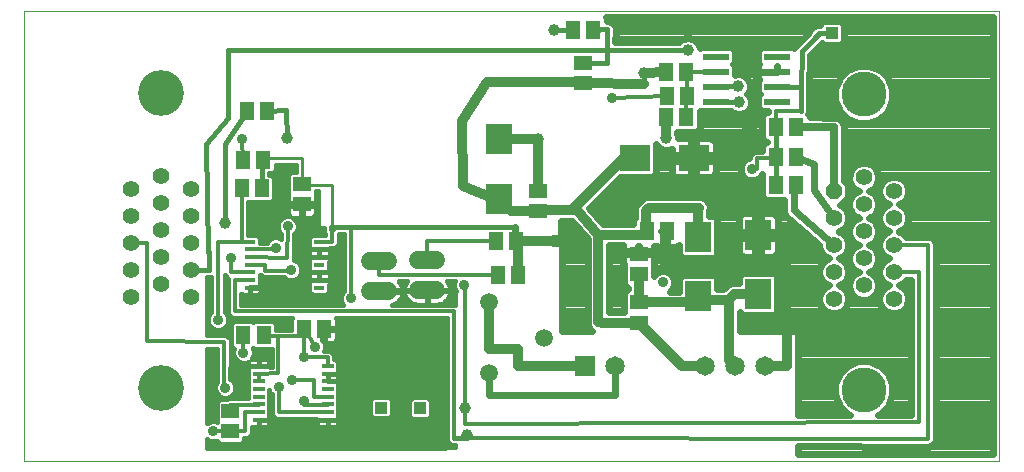
<source format=gtl>
G75*
G70*
%OFA0B0*%
%FSLAX24Y24*%
%IPPOS*%
%LPD*%
%AMOC8*
5,1,8,0,0,1.08239X$1,22.5*
%
%ADD10C,0.0000*%
%ADD11C,0.0554*%
%ADD12C,0.1520*%
%ADD13R,0.0512X0.0591*%
%ADD14R,0.0591X0.0512*%
%ADD15R,0.0866X0.1024*%
%ADD16R,0.1024X0.0866*%
%ADD17OC8,0.0554*%
%ADD18C,0.1502*%
%ADD19C,0.0600*%
%ADD20R,0.0866X0.0236*%
%ADD21C,0.0594*%
%ADD22R,0.0650X0.0650*%
%ADD23C,0.0650*%
%ADD24R,0.0354X0.0138*%
%ADD25R,0.0390X0.0120*%
%ADD26C,0.0320*%
%ADD27C,0.0160*%
%ADD28C,0.0357*%
%ADD29C,0.0396*%
%ADD30C,0.0120*%
%ADD31R,0.0396X0.0396*%
%ADD32C,0.0100*%
%ADD33C,0.0240*%
%ADD34C,0.0250*%
D10*
X002523Y000746D02*
X035023Y000746D01*
X035023Y015746D01*
X002523Y015746D01*
X002523Y000746D01*
D11*
X006062Y006197D03*
X007062Y006647D03*
X006062Y007097D03*
X007062Y007547D03*
X008062Y007997D03*
X007062Y008447D03*
X006062Y008897D03*
X007062Y009347D03*
X008062Y009797D03*
X007062Y010247D03*
X006062Y009797D03*
X008062Y008897D03*
X006062Y007997D03*
X008062Y007097D03*
X008062Y006197D03*
X029503Y006138D03*
X030503Y006588D03*
X031503Y006138D03*
X031503Y007038D03*
X030503Y007488D03*
X031503Y007938D03*
X030503Y008388D03*
X031503Y008838D03*
X030503Y009288D03*
X031503Y009738D03*
X030503Y010188D03*
X029503Y008838D03*
X029503Y007938D03*
X029503Y007038D03*
D12*
X007062Y003171D03*
X007062Y013014D03*
D13*
X009944Y012399D03*
X010613Y012399D03*
X010479Y010785D03*
X009810Y010785D03*
X009767Y009821D03*
X010436Y009821D03*
X018231Y008069D03*
X018900Y008069D03*
X018979Y006947D03*
X018310Y006947D03*
X023282Y008399D03*
X023952Y008399D03*
X027576Y009947D03*
X028245Y009947D03*
X028237Y010860D03*
X027568Y010860D03*
X027570Y011878D03*
X028239Y011878D03*
X024589Y012203D03*
X023920Y012203D03*
X023928Y012907D03*
X024597Y012907D03*
X024582Y013699D03*
X023912Y013699D03*
X021491Y015100D03*
X020822Y015100D03*
X012503Y005136D03*
X011834Y005136D03*
X010495Y004939D03*
X009826Y004939D03*
D14*
X009393Y002399D03*
X009393Y001730D03*
X023019Y005352D03*
X023019Y006022D03*
X022999Y006962D03*
X022999Y007632D03*
X019645Y009061D03*
X019645Y009730D03*
X011774Y009959D03*
X011774Y009289D03*
X021152Y013333D03*
X021152Y014002D03*
D15*
X018330Y011455D03*
X018330Y009486D03*
X024991Y008203D03*
X026983Y008273D03*
X026983Y006305D03*
X024991Y006234D03*
D16*
X024830Y010848D03*
X022861Y010848D03*
D17*
X029503Y009738D03*
D18*
X030503Y012955D03*
X030503Y003112D03*
D19*
X016248Y006427D02*
X015648Y006427D01*
X014653Y006407D02*
X014053Y006407D01*
X014053Y007407D02*
X014653Y007407D01*
X015648Y007427D02*
X016248Y007427D01*
D20*
X025573Y012714D03*
X025573Y013214D03*
X025573Y013714D03*
X025573Y014214D03*
X027620Y014214D03*
X027620Y013714D03*
X027620Y013214D03*
X027620Y012714D03*
D21*
X017995Y006022D03*
X019845Y004840D03*
X017995Y003659D03*
D22*
X021204Y003915D03*
D23*
X022204Y003915D03*
X025204Y003915D03*
X026204Y003915D03*
X027204Y003915D03*
D24*
X012355Y006514D03*
X012355Y006770D03*
X012355Y007025D03*
X012355Y007281D03*
X012355Y007537D03*
X012355Y007793D03*
X012355Y008049D03*
X010052Y008049D03*
X010052Y007793D03*
X010052Y007537D03*
X010052Y007281D03*
X010052Y007025D03*
X010052Y006770D03*
X010052Y006514D03*
D25*
X010330Y003905D03*
X010330Y003649D03*
X010330Y003394D03*
X010330Y003138D03*
X010330Y002882D03*
X010330Y002626D03*
X010330Y002370D03*
X010330Y002114D03*
X012628Y002114D03*
X012628Y002370D03*
X012628Y002626D03*
X012628Y002882D03*
X012628Y003138D03*
X012628Y003394D03*
X012628Y003649D03*
X012628Y003905D03*
D26*
X017995Y004466D02*
X018979Y004466D01*
X018979Y003915D01*
X021204Y003915D01*
X021243Y003915D01*
X021656Y005372D02*
X021656Y008285D01*
X023168Y008285D01*
X023282Y008399D02*
X023231Y008451D01*
X023231Y009073D01*
X023330Y009171D01*
X025003Y009171D01*
X024991Y009159D01*
X024991Y008203D01*
X023881Y008399D02*
X023881Y007655D01*
X022999Y007655D01*
X022149Y007655D01*
X021656Y008285D02*
X020928Y009112D01*
X020771Y009112D01*
X022542Y010884D01*
X022778Y010884D01*
X022814Y010848D01*
X022861Y010848D01*
X023920Y011494D02*
X023920Y012203D01*
X023172Y013313D02*
X021152Y013333D01*
X021082Y013384D02*
X017936Y013384D01*
X017109Y012085D01*
X017129Y009899D01*
X018290Y009447D01*
X018755Y009061D02*
X019645Y009061D01*
X019696Y009112D02*
X020771Y009112D01*
X019649Y009730D02*
X019649Y011474D01*
X019570Y011455D01*
X018330Y011455D01*
X022149Y009722D02*
X022247Y009742D01*
X024826Y009742D01*
X024830Y009781D02*
X024830Y010848D01*
X026983Y008273D02*
X026990Y007286D01*
X023881Y007301D01*
X023881Y007655D01*
X022999Y006943D02*
X023019Y006022D01*
X024668Y006022D01*
X024991Y006234D02*
X025105Y006120D01*
X026007Y006120D01*
X026192Y006305D01*
X026983Y006305D01*
X026007Y006120D02*
X026007Y004112D01*
X026204Y003915D01*
X025204Y003915D02*
X024456Y003915D01*
X023019Y005352D01*
X021774Y005352D01*
X018979Y006947D02*
X018979Y008069D01*
X018900Y008069D02*
X020298Y008069D01*
X017995Y006022D02*
X017995Y004466D01*
X026990Y007286D02*
X027916Y007281D01*
X027936Y003915D01*
X027204Y003915D01*
X023912Y013699D02*
X023192Y013679D01*
X029412Y014998D02*
X029432Y015018D01*
D27*
X029412Y014998D02*
X029019Y014998D01*
X028881Y014860D01*
X028881Y014840D01*
X029038Y014998D01*
X028881Y014840D02*
X028428Y014388D01*
X028408Y013187D01*
X028381Y013214D01*
X028374Y013207D01*
X028369Y013207D01*
X028408Y013246D01*
X028381Y013214D02*
X027620Y013214D01*
X028408Y013187D02*
X028408Y012419D01*
X027570Y011878D02*
X027568Y011760D01*
X027568Y010860D01*
X027576Y009947D01*
X026519Y010848D02*
X024830Y010848D01*
X025573Y012695D02*
X025573Y012714D01*
X025573Y012695D02*
X026341Y012695D01*
X026302Y013226D02*
X025586Y013226D01*
X025573Y013214D01*
X025573Y013714D02*
X025573Y013718D01*
X026479Y013766D02*
X026893Y013738D01*
X024629Y014427D02*
X021932Y014427D01*
X021932Y014419D02*
X021924Y014419D01*
X021932Y014419D02*
X021949Y015127D01*
X021491Y015116D01*
X021491Y015100D01*
X021499Y014919D01*
X020822Y015100D02*
X020818Y015096D01*
X020180Y015096D01*
X021530Y014427D02*
X021924Y014427D01*
X021932Y014419D02*
X021932Y014006D01*
X021152Y014006D01*
X021152Y014002D01*
X021530Y014427D02*
X009294Y014447D01*
X009294Y012183D01*
X008586Y011297D01*
X008645Y007714D01*
X008684Y007714D01*
X008684Y007097D01*
X008062Y007097D01*
X008605Y006857D02*
X008732Y006857D01*
X008759Y006868D01*
X008759Y005709D01*
X008692Y005642D01*
X008641Y005518D01*
X008641Y005383D01*
X008692Y005259D01*
X008788Y005164D01*
X008912Y005112D01*
X009047Y005112D01*
X009171Y005164D01*
X009266Y005259D01*
X009318Y005383D01*
X009318Y005518D01*
X009266Y005642D01*
X009199Y005709D01*
X009199Y006927D01*
X009310Y006816D01*
X009310Y005635D01*
X009439Y005506D01*
X011427Y005506D01*
X011418Y005497D01*
X011418Y005119D01*
X010911Y005119D01*
X010911Y005300D01*
X010817Y005394D01*
X010173Y005394D01*
X010160Y005382D01*
X010148Y005394D01*
X009503Y005394D01*
X009410Y005300D01*
X009410Y004577D01*
X009503Y004484D01*
X009515Y004484D01*
X009487Y004416D01*
X009487Y004281D01*
X009539Y004157D01*
X009634Y004061D01*
X009758Y004010D01*
X009893Y004010D01*
X009972Y004043D01*
X009968Y004035D01*
X009955Y003989D01*
X009955Y003905D01*
X009955Y003822D01*
X009968Y003776D01*
X009975Y003763D01*
X009975Y003523D01*
X009977Y003522D01*
X009975Y003520D01*
X009975Y003267D01*
X009977Y003266D01*
X009975Y003264D01*
X009975Y003011D01*
X009977Y003010D01*
X009975Y003008D01*
X009975Y002836D01*
X009301Y002836D01*
X009281Y002815D01*
X009031Y002815D01*
X008937Y002722D01*
X008937Y002077D01*
X008950Y002065D01*
X008937Y002052D01*
X008937Y002049D01*
X008889Y002069D01*
X008754Y002069D01*
X008630Y002017D01*
X008605Y001992D01*
X008605Y004487D01*
X008956Y004484D01*
X008956Y003939D01*
X008953Y003852D01*
X008949Y003849D01*
X008949Y003762D01*
X008946Y003675D01*
X008949Y003672D01*
X008949Y003399D01*
X008929Y003379D01*
X008877Y003254D01*
X008877Y003120D01*
X008929Y002995D01*
X009024Y002900D01*
X009148Y002848D01*
X009283Y002848D01*
X009407Y002900D01*
X009502Y002995D01*
X009554Y003120D01*
X009554Y003254D01*
X009502Y003379D01*
X009407Y003474D01*
X009389Y003481D01*
X009389Y003753D01*
X009392Y003840D01*
X009396Y003844D01*
X009396Y003931D01*
X009399Y004017D01*
X009396Y004021D01*
X009396Y004702D01*
X009397Y004792D01*
X009396Y004793D01*
X009396Y004794D01*
X009332Y004858D01*
X009269Y004922D01*
X009268Y004922D01*
X009267Y004923D01*
X009177Y004923D01*
X008605Y004927D01*
X008605Y006857D01*
X008605Y006769D02*
X008759Y006769D01*
X008759Y006610D02*
X008605Y006610D01*
X008605Y006452D02*
X008759Y006452D01*
X008759Y006293D02*
X008605Y006293D01*
X008605Y006135D02*
X008759Y006135D01*
X008759Y005976D02*
X008605Y005976D01*
X008605Y005818D02*
X008759Y005818D01*
X008709Y005659D02*
X008605Y005659D01*
X008605Y005501D02*
X008641Y005501D01*
X008658Y005342D02*
X008605Y005342D01*
X008605Y005184D02*
X008767Y005184D01*
X008605Y005025D02*
X009410Y005025D01*
X009410Y004867D02*
X009323Y004867D01*
X009396Y004708D02*
X009410Y004708D01*
X009396Y004550D02*
X009437Y004550D01*
X009396Y004391D02*
X009487Y004391D01*
X009507Y004233D02*
X009396Y004233D01*
X009396Y004074D02*
X009621Y004074D01*
X009396Y003916D02*
X009955Y003916D01*
X009955Y003905D02*
X010330Y003905D01*
X009955Y003905D01*
X009975Y003757D02*
X009389Y003757D01*
X009389Y003599D02*
X009975Y003599D01*
X009975Y003440D02*
X009440Y003440D01*
X009542Y003282D02*
X009975Y003282D01*
X009975Y003123D02*
X009554Y003123D01*
X009472Y002965D02*
X009975Y002965D01*
X010684Y003010D02*
X010685Y003011D01*
X010685Y003098D01*
X010720Y003015D01*
X010787Y002948D01*
X010787Y002279D01*
X010916Y002150D01*
X011098Y002150D01*
X012253Y002150D01*
X012253Y002114D01*
X012253Y002030D01*
X012265Y001985D01*
X012289Y001944D01*
X012322Y001910D01*
X012363Y001886D01*
X012409Y001874D01*
X012628Y001874D01*
X012847Y001874D01*
X012892Y001886D01*
X012933Y001910D01*
X012967Y001944D01*
X012991Y001985D01*
X013003Y002030D01*
X013003Y002114D01*
X012628Y002114D01*
X012628Y002114D01*
X012628Y001874D01*
X012628Y002114D01*
X012628Y002114D01*
X013003Y002114D01*
X013003Y002198D01*
X012991Y002244D01*
X012983Y002257D01*
X012983Y002496D01*
X012981Y002498D01*
X012983Y002500D01*
X012983Y002752D01*
X012981Y002754D01*
X012983Y002755D01*
X012983Y003008D01*
X012981Y003010D01*
X012983Y003011D01*
X012983Y003251D01*
X012991Y003264D01*
X013003Y003310D01*
X013003Y003394D01*
X013003Y003477D01*
X012991Y003522D01*
X013003Y003566D01*
X013003Y003649D01*
X012628Y003649D01*
X012628Y003409D01*
X012628Y003394D01*
X012628Y003394D01*
X012628Y003649D01*
X012628Y003649D01*
X012628Y003649D01*
X013003Y003649D01*
X013003Y003733D01*
X012991Y003779D01*
X012983Y003792D01*
X012983Y004032D01*
X012889Y004125D01*
X012848Y004125D01*
X012848Y004282D01*
X012719Y004411D01*
X012526Y004411D01*
X012546Y004458D01*
X012546Y004593D01*
X012494Y004717D01*
X012455Y004757D01*
X012455Y005088D01*
X012551Y005088D01*
X012551Y005184D01*
X012939Y005184D01*
X016614Y005184D01*
X016614Y005342D02*
X012939Y005342D01*
X012939Y005455D02*
X012926Y005500D01*
X012923Y005506D01*
X016614Y005506D01*
X016614Y001610D01*
X016594Y001561D01*
X016594Y001466D01*
X016630Y001378D01*
X016698Y001310D01*
X016786Y001274D01*
X016893Y001274D01*
X016893Y001199D01*
X016558Y001199D01*
X016558Y001159D01*
X008605Y001159D01*
X008605Y001468D01*
X008630Y001443D01*
X008754Y001392D01*
X008889Y001392D01*
X008937Y001412D01*
X008937Y001408D01*
X009031Y001314D01*
X009754Y001314D01*
X009848Y001408D01*
X009848Y001510D01*
X009976Y001510D01*
X010105Y001639D01*
X010105Y001876D01*
X010112Y001874D01*
X010330Y001874D01*
X010330Y002114D01*
X010330Y002114D01*
X010330Y001874D01*
X010549Y001874D01*
X010595Y001886D01*
X010636Y001910D01*
X010670Y001944D01*
X010693Y001985D01*
X010705Y002030D01*
X010705Y002114D01*
X010705Y002198D01*
X010693Y002244D01*
X010685Y002257D01*
X010685Y002496D01*
X010684Y002498D01*
X010685Y002500D01*
X010685Y002752D01*
X010684Y002754D01*
X010685Y002755D01*
X010685Y003008D01*
X010684Y003010D01*
X010685Y002965D02*
X010770Y002965D01*
X010787Y002806D02*
X010685Y002806D01*
X010685Y002648D02*
X010787Y002648D01*
X010787Y002489D02*
X010685Y002489D01*
X010685Y002331D02*
X010787Y002331D01*
X010705Y002172D02*
X010893Y002172D01*
X010705Y002114D02*
X010330Y002114D01*
X010330Y002114D01*
X010705Y002114D01*
X010701Y002014D02*
X012257Y002014D01*
X012253Y002114D02*
X012628Y002114D01*
X012628Y002114D01*
X012253Y002114D01*
X012628Y002014D02*
X012628Y002014D01*
X012999Y002014D02*
X016614Y002014D01*
X016614Y002172D02*
X016009Y002172D01*
X015976Y002140D02*
X016070Y002234D01*
X016070Y002762D01*
X015976Y002856D01*
X015447Y002856D01*
X015353Y002762D01*
X015353Y002234D01*
X015447Y002140D01*
X015976Y002140D01*
X015414Y002172D02*
X014690Y002172D01*
X014677Y002159D02*
X014770Y002253D01*
X014770Y002782D01*
X014677Y002876D01*
X014148Y002876D01*
X014054Y002782D01*
X014054Y002253D01*
X014148Y002159D01*
X014677Y002159D01*
X014770Y002331D02*
X015353Y002331D01*
X015353Y002489D02*
X014770Y002489D01*
X014770Y002648D02*
X015353Y002648D01*
X015398Y002806D02*
X014746Y002806D01*
X014079Y002806D02*
X012983Y002806D01*
X012983Y002648D02*
X014054Y002648D01*
X014054Y002489D02*
X012983Y002489D01*
X012983Y002331D02*
X014054Y002331D01*
X014135Y002172D02*
X013003Y002172D01*
X012983Y002965D02*
X016614Y002965D01*
X016614Y003123D02*
X012983Y003123D01*
X012995Y003282D02*
X016614Y003282D01*
X016614Y003440D02*
X013003Y003440D01*
X013003Y003394D02*
X012628Y003394D01*
X012628Y003394D01*
X013003Y003394D01*
X013003Y003599D02*
X016614Y003599D01*
X016614Y003757D02*
X012996Y003757D01*
X012983Y003916D02*
X016614Y003916D01*
X016614Y004074D02*
X012940Y004074D01*
X012848Y004233D02*
X016614Y004233D01*
X016614Y004391D02*
X012738Y004391D01*
X012546Y004550D02*
X016614Y004550D01*
X016614Y004708D02*
X012881Y004708D01*
X012869Y004696D02*
X012903Y004730D01*
X012926Y004771D01*
X012939Y004817D01*
X012939Y005088D01*
X012551Y005088D01*
X012551Y004660D01*
X012782Y004660D01*
X012828Y004673D01*
X012869Y004696D01*
X012939Y004867D02*
X016614Y004867D01*
X016614Y005025D02*
X012939Y005025D01*
X012939Y005184D02*
X012939Y005455D01*
X012926Y005501D02*
X016614Y005501D01*
X016432Y005982D02*
X016360Y005959D01*
X016285Y005947D01*
X015968Y005947D01*
X015968Y006407D01*
X015968Y006447D01*
X016728Y006447D01*
X016728Y006465D01*
X016716Y006539D01*
X016693Y006611D01*
X016658Y006679D01*
X016623Y006727D01*
X016869Y006727D01*
X016849Y006679D01*
X016849Y006545D01*
X016901Y006420D01*
X016926Y006395D01*
X016893Y006396D01*
X016893Y005946D01*
X014787Y005946D01*
X014837Y005963D01*
X014905Y005997D01*
X014966Y006041D01*
X015019Y006095D01*
X015064Y006156D01*
X015098Y006223D01*
X015121Y006295D01*
X015133Y006370D01*
X015133Y006387D01*
X014373Y006387D01*
X014373Y006427D01*
X015133Y006427D01*
X015133Y006445D01*
X015121Y006520D01*
X015098Y006592D01*
X015064Y006659D01*
X015019Y006720D01*
X015013Y006727D01*
X015272Y006727D01*
X015237Y006679D01*
X015203Y006611D01*
X015180Y006539D01*
X015168Y006465D01*
X015168Y006447D01*
X015928Y006447D01*
X015928Y006407D01*
X015968Y006407D01*
X016728Y006407D01*
X016728Y006389D01*
X016716Y006315D01*
X016693Y006243D01*
X016658Y006175D01*
X016614Y006114D01*
X016560Y006061D01*
X016499Y006017D01*
X016432Y005982D01*
X016414Y005976D02*
X016893Y005976D01*
X016893Y006135D02*
X016629Y006135D01*
X016709Y006293D02*
X016893Y006293D01*
X016888Y006452D02*
X016728Y006452D01*
X016693Y006610D02*
X016849Y006610D01*
X015948Y006427D02*
X015948Y006396D01*
X014353Y006396D01*
X014865Y005976D02*
X015481Y005976D01*
X015463Y005982D02*
X015535Y005959D01*
X015610Y005947D01*
X015928Y005947D01*
X015928Y006407D01*
X015168Y006407D01*
X015168Y006389D01*
X015180Y006315D01*
X015203Y006243D01*
X015237Y006175D01*
X015282Y006114D01*
X015335Y006061D01*
X015396Y006017D01*
X015463Y005982D01*
X015267Y006135D02*
X015049Y006135D01*
X015121Y006293D02*
X015186Y006293D01*
X015168Y006452D02*
X015132Y006452D01*
X015088Y006610D02*
X015203Y006610D01*
X015928Y006293D02*
X015968Y006293D01*
X015968Y006135D02*
X015928Y006135D01*
X015928Y005976D02*
X015968Y005976D01*
X013188Y006418D02*
X013121Y006351D01*
X013070Y006227D01*
X013070Y006092D01*
X013121Y005968D01*
X013143Y005946D01*
X009750Y005946D01*
X009750Y006315D01*
X009764Y006301D01*
X009805Y006277D01*
X009851Y006265D01*
X010052Y006265D01*
X010052Y006514D01*
X010052Y006541D01*
X010052Y006541D01*
X010052Y006514D01*
X010052Y006514D01*
X010409Y006514D01*
X010409Y006606D01*
X010397Y006652D01*
X010389Y006665D01*
X010389Y006938D01*
X010463Y006865D01*
X011181Y006865D01*
X011228Y006817D01*
X011353Y006766D01*
X011487Y006766D01*
X011612Y006817D01*
X011707Y006912D01*
X011759Y007037D01*
X011759Y007172D01*
X011707Y007296D01*
X011612Y007391D01*
X011501Y007437D01*
X011502Y007514D01*
X011517Y008297D01*
X011589Y008369D01*
X011640Y008494D01*
X011640Y008628D01*
X011589Y008753D01*
X011494Y008848D01*
X011480Y008853D01*
X011727Y008853D01*
X011727Y009241D01*
X011822Y009241D01*
X011822Y008853D01*
X012093Y008853D01*
X012139Y008866D01*
X012180Y008889D01*
X012214Y008923D01*
X012237Y008964D01*
X012250Y009010D01*
X012250Y009241D01*
X011822Y009241D01*
X011822Y009337D01*
X012250Y009337D01*
X012250Y009569D01*
X012237Y009615D01*
X012227Y009633D01*
X012230Y009636D01*
X012230Y009729D01*
X012326Y009729D01*
X012326Y008502D01*
X012498Y008501D01*
X012498Y008407D01*
X012541Y008304D01*
X012558Y008286D01*
X012558Y008278D01*
X012112Y008278D01*
X012018Y008184D01*
X012018Y007945D01*
X012010Y007932D01*
X011998Y007886D01*
X011998Y007793D01*
X011998Y007701D01*
X012008Y007665D01*
X011998Y007630D01*
X011998Y007537D01*
X011998Y007445D01*
X012010Y007399D01*
X012018Y007385D01*
X012018Y007177D01*
X012010Y007164D01*
X011998Y007118D01*
X011998Y007025D01*
X011998Y006933D01*
X012008Y006898D01*
X011998Y006862D01*
X011998Y006770D01*
X012355Y006770D01*
X012355Y007025D01*
X012355Y007025D01*
X011998Y007025D01*
X012355Y007025D01*
X012355Y007025D01*
X012355Y006777D01*
X012355Y006770D01*
X012355Y006770D01*
X012355Y006770D01*
X012712Y006770D01*
X012712Y006862D01*
X012703Y006898D01*
X012712Y006933D01*
X012712Y007025D01*
X012355Y007025D01*
X012355Y007025D01*
X012712Y007025D01*
X012712Y007118D01*
X012700Y007164D01*
X012692Y007177D01*
X012692Y007385D01*
X012700Y007399D01*
X012712Y007445D01*
X012712Y007537D01*
X012355Y007537D01*
X011998Y007537D01*
X012355Y007537D01*
X012355Y007537D01*
X012355Y007537D01*
X012355Y007793D01*
X011998Y007793D01*
X012355Y007793D01*
X012355Y007793D01*
X012355Y007793D01*
X012355Y007544D01*
X012355Y007537D01*
X012355Y007537D01*
X012712Y007537D01*
X012712Y007630D01*
X012703Y007665D01*
X012712Y007701D01*
X012712Y007793D01*
X012355Y007793D01*
X012355Y007793D01*
X012712Y007793D01*
X012712Y007829D01*
X012870Y007829D01*
X012998Y007958D01*
X012998Y008286D01*
X013013Y008301D01*
X013188Y008301D01*
X013188Y006418D01*
X013188Y006452D02*
X012692Y006452D01*
X012692Y006378D02*
X012692Y006618D01*
X012700Y006631D01*
X012712Y006677D01*
X012712Y006770D01*
X012355Y006770D01*
X012355Y006770D01*
X011998Y006770D01*
X011998Y006677D01*
X012010Y006631D01*
X012018Y006618D01*
X012018Y006378D01*
X012112Y006285D01*
X012599Y006285D01*
X012692Y006378D01*
X012607Y006293D02*
X013098Y006293D01*
X013070Y006135D02*
X009750Y006135D01*
X009750Y006293D02*
X009777Y006293D01*
X010052Y006293D02*
X010052Y006293D01*
X010052Y006265D02*
X010253Y006265D01*
X010299Y006277D01*
X010340Y006301D01*
X010373Y006334D01*
X010397Y006375D01*
X010409Y006421D01*
X010409Y006514D01*
X010052Y006514D01*
X010052Y006514D01*
X010052Y006514D01*
X010052Y006265D01*
X010052Y006452D02*
X010052Y006452D01*
X010327Y006293D02*
X012103Y006293D01*
X012018Y006452D02*
X010409Y006452D01*
X010408Y006610D02*
X012018Y006610D01*
X011998Y006769D02*
X011495Y006769D01*
X011345Y006769D02*
X010389Y006769D01*
X010389Y006927D02*
X010400Y006927D01*
X009310Y006769D02*
X009199Y006769D01*
X009199Y006610D02*
X009310Y006610D01*
X009310Y006452D02*
X009199Y006452D01*
X009199Y006293D02*
X009310Y006293D01*
X009310Y006135D02*
X009199Y006135D01*
X009199Y005976D02*
X009310Y005976D01*
X009310Y005818D02*
X009199Y005818D01*
X009249Y005659D02*
X009310Y005659D01*
X009318Y005501D02*
X011421Y005501D01*
X011418Y005342D02*
X010869Y005342D01*
X010911Y005184D02*
X011418Y005184D01*
X012455Y005025D02*
X012551Y005025D01*
X012551Y004867D02*
X012455Y004867D01*
X012498Y004708D02*
X012551Y004708D01*
X010767Y004484D02*
X010767Y003873D01*
X010705Y003871D01*
X010705Y003905D01*
X010330Y003905D01*
X010330Y003905D01*
X010330Y004145D01*
X010112Y004145D01*
X010098Y004142D01*
X010113Y004157D01*
X010164Y004281D01*
X010164Y004416D01*
X010136Y004484D01*
X010148Y004484D01*
X010160Y004496D01*
X010173Y004484D01*
X010767Y004484D01*
X010767Y004391D02*
X010164Y004391D01*
X010144Y004233D02*
X010767Y004233D01*
X010767Y004074D02*
X010670Y004074D01*
X010670Y004076D02*
X010636Y004109D01*
X010595Y004133D01*
X010549Y004145D01*
X010330Y004145D01*
X010330Y003905D01*
X010330Y003905D01*
X010330Y003905D01*
X010705Y003905D01*
X010705Y003989D01*
X010693Y004035D01*
X010670Y004076D01*
X010705Y003916D02*
X010767Y003916D01*
X010330Y003916D02*
X010330Y003916D01*
X010330Y004074D02*
X010330Y004074D01*
X008956Y004074D02*
X008605Y004074D01*
X008605Y003916D02*
X008955Y003916D01*
X008949Y003757D02*
X008605Y003757D01*
X008605Y003599D02*
X008949Y003599D01*
X008949Y003440D02*
X008605Y003440D01*
X008605Y003282D02*
X008889Y003282D01*
X008877Y003123D02*
X008605Y003123D01*
X008605Y002965D02*
X008959Y002965D01*
X009022Y002806D02*
X008605Y002806D01*
X008605Y002648D02*
X008937Y002648D01*
X008937Y002489D02*
X008605Y002489D01*
X008605Y002331D02*
X008937Y002331D01*
X008937Y002172D02*
X008605Y002172D01*
X008605Y002014D02*
X008627Y002014D01*
X008605Y001380D02*
X008965Y001380D01*
X008605Y001221D02*
X016893Y001221D01*
X016629Y001380D02*
X009820Y001380D01*
X010004Y001538D02*
X016594Y001538D01*
X016614Y001697D02*
X010105Y001697D01*
X010105Y001855D02*
X016614Y001855D01*
X016834Y001514D02*
X017286Y001514D01*
X017286Y001612D01*
X016614Y002331D02*
X016070Y002331D01*
X016070Y002489D02*
X016614Y002489D01*
X016614Y002648D02*
X016070Y002648D01*
X016025Y002806D02*
X016614Y002806D01*
X012628Y003440D02*
X012628Y003440D01*
X012628Y003599D02*
X012628Y003599D01*
X010330Y002014D02*
X010330Y002014D01*
X008956Y004233D02*
X008605Y004233D01*
X008605Y004391D02*
X008956Y004391D01*
X009191Y005184D02*
X009410Y005184D01*
X009452Y005342D02*
X009301Y005342D01*
X009750Y005976D02*
X013118Y005976D01*
X013188Y006610D02*
X012692Y006610D01*
X012712Y006769D02*
X013188Y006769D01*
X013188Y006927D02*
X012711Y006927D01*
X012712Y007086D02*
X013188Y007086D01*
X013188Y007244D02*
X012692Y007244D01*
X012701Y007403D02*
X013188Y007403D01*
X013188Y007561D02*
X012712Y007561D01*
X012712Y007720D02*
X013188Y007720D01*
X013188Y007878D02*
X012919Y007878D01*
X012998Y008037D02*
X013188Y008037D01*
X013188Y008195D02*
X012998Y008195D01*
X012520Y008354D02*
X011574Y008354D01*
X011515Y008195D02*
X012029Y008195D01*
X012018Y008037D02*
X011512Y008037D01*
X011509Y007878D02*
X011998Y007878D01*
X011998Y007720D02*
X011506Y007720D01*
X011503Y007561D02*
X011998Y007561D01*
X012009Y007403D02*
X011583Y007403D01*
X011728Y007244D02*
X012018Y007244D01*
X011998Y007086D02*
X011759Y007086D01*
X011713Y006927D02*
X011999Y006927D01*
X012355Y006927D02*
X012355Y006927D01*
X012355Y007561D02*
X012355Y007561D01*
X012355Y007720D02*
X012355Y007720D01*
X011074Y008150D02*
X010976Y008191D01*
X010841Y008191D01*
X010717Y008139D01*
X010621Y008044D01*
X010609Y008013D01*
X010389Y008013D01*
X010389Y008184D01*
X010295Y008278D01*
X009987Y008278D01*
X009987Y009365D01*
X010089Y009365D01*
X010101Y009378D01*
X010114Y009365D01*
X010758Y009365D01*
X010852Y009459D01*
X010852Y010182D01*
X010758Y010276D01*
X010685Y010276D01*
X010686Y010330D01*
X010801Y010330D01*
X010895Y010424D01*
X010895Y010615D01*
X011564Y010615D01*
X011564Y010374D01*
X011413Y010374D01*
X011319Y010281D01*
X011319Y009636D01*
X011322Y009633D01*
X011311Y009615D01*
X011299Y009569D01*
X011299Y009337D01*
X011727Y009337D01*
X011727Y009241D01*
X011299Y009241D01*
X011299Y009010D01*
X011311Y008964D01*
X011335Y008923D01*
X011359Y008899D01*
X011235Y008899D01*
X011110Y008848D01*
X011015Y008753D01*
X010964Y008628D01*
X010964Y008494D01*
X011015Y008369D01*
X011077Y008307D01*
X011074Y008150D01*
X011075Y008195D02*
X010378Y008195D01*
X010389Y008037D02*
X010619Y008037D01*
X011030Y008354D02*
X009987Y008354D01*
X009987Y008512D02*
X010964Y008512D01*
X010981Y008671D02*
X009987Y008671D01*
X009987Y008829D02*
X011092Y008829D01*
X011305Y008988D02*
X009987Y008988D01*
X009987Y009146D02*
X011299Y009146D01*
X011727Y009146D02*
X011822Y009146D01*
X011822Y008988D02*
X011727Y008988D01*
X011512Y008829D02*
X012326Y008829D01*
X012326Y008671D02*
X011623Y008671D01*
X011640Y008512D02*
X012326Y008512D01*
X012778Y008541D02*
X013408Y008541D01*
X018861Y008541D01*
X018755Y009061D02*
X018330Y009486D01*
X018290Y009447D01*
X018290Y009368D01*
X019645Y009061D02*
X019696Y009112D01*
X019649Y009730D02*
X019645Y009730D01*
X023168Y008285D02*
X023282Y008399D01*
X023881Y008399D02*
X023952Y008399D01*
X022999Y007655D02*
X022999Y007632D01*
X022999Y006962D02*
X022999Y006943D01*
X023802Y006691D02*
X023822Y006691D01*
X024826Y006081D02*
X024979Y006234D01*
X024991Y006234D01*
X024826Y006081D02*
X024727Y006081D01*
X024668Y006022D01*
X021774Y005352D02*
X021656Y005372D01*
X012326Y008988D02*
X012244Y008988D01*
X012250Y009146D02*
X012326Y009146D01*
X012326Y009305D02*
X011822Y009305D01*
X011727Y009305D02*
X009987Y009305D01*
X010852Y009463D02*
X011299Y009463D01*
X011316Y009622D02*
X010852Y009622D01*
X010852Y009780D02*
X011319Y009780D01*
X011319Y009939D02*
X010852Y009939D01*
X010852Y010097D02*
X011319Y010097D01*
X011319Y010256D02*
X010778Y010256D01*
X010886Y010414D02*
X011564Y010414D01*
X011564Y010573D02*
X010895Y010573D01*
X010479Y010785D02*
X010456Y010825D01*
X010436Y009821D01*
X012233Y009622D02*
X012326Y009622D01*
X012326Y009463D02*
X012250Y009463D01*
X009196Y008659D02*
X009196Y011297D01*
X009944Y012399D01*
X010613Y012399D02*
X011243Y012439D01*
X011282Y011494D01*
X021082Y013384D02*
X021152Y013333D01*
X023172Y013313D02*
X023192Y013313D01*
X023192Y013679D01*
D28*
X022109Y012852D03*
X026774Y010470D03*
X023802Y006691D03*
X017188Y006612D03*
X014373Y005273D03*
X013408Y006159D03*
X011420Y007104D03*
X010908Y007852D03*
X011302Y008561D03*
X009412Y007518D03*
X008979Y005451D03*
X009826Y004348D03*
X011834Y004191D03*
X012208Y004525D03*
X011440Y003443D03*
X011007Y003207D03*
X011853Y002734D03*
X009215Y003187D03*
X008822Y001730D03*
X009786Y011455D03*
D29*
X011282Y011494D03*
X009196Y008659D03*
X012936Y006789D03*
X010692Y006533D03*
X017208Y002498D03*
X017286Y001612D03*
X025995Y006120D03*
X022149Y007655D03*
X022149Y009722D03*
X023920Y011494D03*
X026341Y012695D03*
X026302Y013226D03*
X024629Y014427D03*
X023192Y013679D03*
X020180Y015096D03*
X019649Y011474D03*
D30*
X022109Y012852D02*
X023928Y012907D01*
X024589Y012907D02*
X024589Y012203D01*
X024597Y012907D02*
X024589Y012907D01*
X024597Y012907D02*
X024597Y013699D01*
X024582Y013699D01*
X024582Y013714D02*
X025573Y013714D01*
X026893Y013738D02*
X027818Y013738D01*
X027818Y013718D01*
X027620Y013718D01*
X027620Y013714D01*
X027601Y013679D02*
X027818Y013679D01*
X027818Y013718D01*
X026893Y013738D02*
X026893Y011848D01*
X026519Y011848D01*
X026519Y010848D01*
X026932Y010825D02*
X027568Y010825D01*
X027568Y010860D01*
X026932Y010825D02*
X026932Y010470D01*
X026774Y010470D01*
X027570Y011878D02*
X027570Y012419D01*
X028408Y012419D01*
X031503Y007931D02*
X032641Y007951D01*
X032641Y001474D01*
X016834Y001514D01*
X016834Y005726D01*
X009530Y005726D01*
X009530Y006770D01*
X010052Y006770D01*
X010052Y006533D02*
X010692Y006533D01*
X011637Y006533D01*
X011637Y006770D01*
X012355Y006770D01*
X012897Y006770D01*
X012936Y006789D01*
X012897Y006770D02*
X012897Y007025D01*
X012897Y007793D01*
X012355Y007793D01*
X012355Y007537D01*
X011282Y007518D02*
X011302Y008561D01*
X012355Y008049D02*
X012778Y008049D01*
X012778Y008462D01*
X013408Y008541D02*
X013408Y006159D01*
X014353Y006396D02*
X014353Y006407D01*
X014353Y006947D02*
X014353Y007407D01*
X014353Y006947D02*
X018310Y006947D01*
X017208Y006612D02*
X017188Y006612D01*
X017208Y006612D02*
X017208Y002498D01*
X017208Y001986D01*
X032345Y002025D01*
X032345Y007038D01*
X031503Y007038D01*
X031503Y007931D02*
X031503Y007938D01*
X018979Y008069D02*
X018900Y008069D01*
X018231Y008069D02*
X015948Y008069D01*
X015948Y007427D01*
X012897Y007025D02*
X012355Y007025D01*
X011420Y007085D02*
X011420Y007104D01*
X011420Y007085D02*
X010554Y007085D01*
X010554Y007281D01*
X010052Y007281D01*
X010052Y007025D02*
X009412Y007025D01*
X009412Y007518D01*
X010052Y007537D02*
X011282Y007518D01*
X010908Y007793D02*
X010908Y007852D01*
X010908Y007793D02*
X010052Y007793D01*
X010052Y008049D02*
X009767Y008049D01*
X008979Y008049D01*
X008979Y005451D01*
X009826Y004939D02*
X009826Y004348D01*
X009176Y004703D02*
X009176Y003935D01*
X009169Y003758D01*
X009169Y003187D01*
X009215Y003187D01*
X010330Y003394D02*
X010330Y003640D01*
X010330Y003649D01*
X010330Y003640D02*
X010987Y003659D01*
X010987Y004899D01*
X011834Y004899D01*
X011834Y004191D01*
X012628Y004191D01*
X012628Y003905D01*
X012628Y003649D02*
X012628Y003394D01*
X013093Y003394D01*
X013093Y002114D01*
X012628Y002114D01*
X010330Y002114D01*
X010330Y002370D02*
X009885Y002370D01*
X009885Y001730D01*
X009393Y001730D01*
X008822Y001730D01*
X009393Y002399D02*
X009393Y002616D01*
X010330Y002616D01*
X010330Y002626D01*
X011007Y002370D02*
X011007Y003207D01*
X011440Y003443D02*
X012168Y003443D01*
X012168Y002872D01*
X012628Y002872D01*
X012628Y002882D01*
X012628Y002626D02*
X012628Y002616D01*
X011853Y002616D01*
X011853Y002734D01*
X012628Y002370D02*
X011007Y002370D01*
X013093Y003394D02*
X013093Y005155D01*
X012503Y005136D01*
X013074Y005136D01*
X013074Y005273D01*
X014373Y005273D01*
X012208Y004525D02*
X011873Y005136D01*
X011834Y005136D01*
X011834Y004899D01*
X010987Y004899D02*
X010495Y004899D01*
X010495Y004939D01*
X009176Y004703D02*
X006617Y004722D01*
X006617Y007997D01*
X006062Y007997D01*
X009767Y008049D02*
X009767Y009821D01*
X009810Y010785D02*
X009790Y011455D01*
X009786Y011455D01*
X010052Y006533D02*
X010052Y006514D01*
D31*
X014412Y002518D03*
X015711Y002498D03*
X020298Y008069D03*
X026479Y013766D03*
X029432Y015018D03*
D32*
X012778Y009939D02*
X012778Y008541D01*
X012355Y007793D02*
X011853Y007793D01*
X011853Y009289D01*
X011774Y009289D01*
X011774Y009939D02*
X011774Y009959D01*
X011774Y010825D01*
X010456Y010825D01*
X011774Y009939D02*
X012778Y009939D01*
D33*
X012778Y008541D02*
X012778Y008462D01*
X018861Y008541D02*
X018861Y008069D01*
X018900Y008069D01*
X020426Y008139D02*
X021296Y008139D01*
X021296Y008149D02*
X020765Y008752D01*
X020419Y008752D01*
X020436Y007242D01*
X020456Y005077D01*
X021443Y005077D01*
X021351Y005168D01*
X021296Y005300D01*
X021296Y008149D01*
X021095Y008378D02*
X020423Y008378D01*
X020421Y008616D02*
X020885Y008616D01*
X021424Y009093D02*
X022871Y009093D01*
X022871Y009144D02*
X022871Y008822D01*
X022826Y008778D01*
X022826Y008645D01*
X021819Y008645D01*
X021348Y009180D01*
X022383Y010215D01*
X023456Y010215D01*
X023573Y010332D01*
X023573Y011292D01*
X023583Y011268D01*
X023695Y011156D01*
X023841Y011096D01*
X023999Y011096D01*
X024098Y011137D01*
X024098Y010945D01*
X024733Y010945D01*
X024733Y011501D01*
X024318Y011501D01*
X024318Y011573D01*
X024280Y011665D01*
X024280Y011707D01*
X024928Y011707D01*
X025045Y011825D01*
X025045Y012408D01*
X025057Y012396D01*
X026077Y012396D01*
X026116Y012357D01*
X026262Y012297D01*
X026421Y012297D01*
X026567Y012357D01*
X026679Y012469D01*
X026740Y012616D01*
X026740Y012774D01*
X026679Y012920D01*
X026619Y012980D01*
X026640Y013001D01*
X026700Y013147D01*
X026700Y013305D01*
X026640Y013452D01*
X026528Y013564D01*
X026381Y013624D01*
X026223Y013624D01*
X026206Y013617D01*
X026206Y013915D01*
X026157Y013964D01*
X026206Y014013D01*
X026206Y014415D01*
X026089Y014532D01*
X025057Y014532D01*
X025027Y014502D01*
X025027Y014506D01*
X024966Y014653D01*
X024854Y014765D01*
X024708Y014825D01*
X024550Y014825D01*
X024403Y014765D01*
X024346Y014707D01*
X022219Y014707D01*
X022228Y015072D01*
X022230Y015078D01*
X022229Y015127D01*
X022230Y015176D01*
X022228Y015183D01*
X022228Y015190D01*
X022208Y015234D01*
X022190Y015280D01*
X022185Y015285D01*
X022183Y015292D01*
X022147Y015325D01*
X022114Y015361D01*
X022107Y015364D01*
X022102Y015368D01*
X022056Y015386D01*
X022012Y015406D01*
X022005Y015406D01*
X021998Y015409D01*
X021949Y015407D01*
X021947Y015407D01*
X021947Y015478D01*
X021899Y015526D01*
X034803Y015526D01*
X034803Y000966D01*
X028310Y000966D01*
X028310Y001225D01*
X032589Y001214D01*
X032640Y001214D01*
X032692Y001214D01*
X032692Y001214D01*
X032692Y001214D01*
X032740Y001234D01*
X032787Y001253D01*
X032788Y001254D01*
X032824Y001290D01*
X032861Y001326D01*
X032861Y001327D01*
X032881Y001374D01*
X032900Y001422D01*
X032901Y001422D01*
X032901Y001423D01*
X032901Y001474D01*
X032901Y001525D01*
X032901Y001526D01*
X032901Y007901D01*
X034803Y007901D01*
X034803Y007662D02*
X032901Y007662D01*
X032901Y007901D02*
X032901Y007903D01*
X032901Y007953D01*
X032901Y008002D01*
X032900Y008005D01*
X032900Y008007D01*
X032880Y008052D01*
X032861Y008098D01*
X032859Y008100D01*
X032858Y008102D01*
X032823Y008136D01*
X032788Y008171D01*
X032786Y008172D01*
X032784Y008174D01*
X032738Y008192D01*
X032692Y008211D01*
X032690Y008211D01*
X032688Y008212D01*
X032638Y008211D01*
X032589Y008211D01*
X032587Y008210D01*
X031911Y008198D01*
X031907Y008208D01*
X031773Y008342D01*
X031663Y008388D01*
X031773Y008433D01*
X031907Y008567D01*
X031980Y008743D01*
X031980Y008933D01*
X031907Y009108D01*
X031773Y009242D01*
X031663Y009288D01*
X031773Y009333D01*
X031907Y009467D01*
X031980Y009643D01*
X031980Y009833D01*
X031907Y010008D01*
X031773Y010142D01*
X031598Y010215D01*
X031408Y010215D01*
X031233Y010142D01*
X031098Y010008D01*
X031026Y009833D01*
X031026Y009643D01*
X031098Y009467D01*
X031233Y009333D01*
X031342Y009288D01*
X031233Y009242D01*
X031098Y009108D01*
X031026Y008933D01*
X031026Y008743D01*
X031098Y008567D01*
X031233Y008433D01*
X031342Y008388D01*
X031233Y008342D01*
X031098Y008208D01*
X031026Y008033D01*
X031026Y007843D01*
X031098Y007667D01*
X031233Y007533D01*
X031342Y007488D01*
X031233Y007442D01*
X031098Y007308D01*
X031026Y007133D01*
X031026Y006943D01*
X031098Y006767D01*
X031233Y006633D01*
X031342Y006588D01*
X031233Y006542D01*
X031098Y006408D01*
X031026Y006233D01*
X031026Y006043D01*
X031098Y005867D01*
X031233Y005733D01*
X031408Y005660D01*
X031598Y005660D01*
X031773Y005733D01*
X031907Y005867D01*
X031980Y006043D01*
X031980Y006233D01*
X031907Y006408D01*
X031773Y006542D01*
X031663Y006588D01*
X031773Y006633D01*
X031907Y006767D01*
X031912Y006778D01*
X032085Y006778D01*
X032085Y002285D01*
X030984Y002282D01*
X031042Y002306D01*
X031309Y002573D01*
X031454Y002923D01*
X031454Y003301D01*
X031309Y003651D01*
X031042Y003918D01*
X030692Y004063D01*
X030314Y004063D01*
X029964Y003918D01*
X029696Y003651D01*
X029552Y003301D01*
X029552Y002923D01*
X029696Y002573D01*
X029964Y002306D01*
X030027Y002279D01*
X028310Y002275D01*
X028310Y005077D01*
X026367Y005077D01*
X026367Y005694D01*
X026467Y005593D01*
X027499Y005593D01*
X027616Y005710D01*
X027616Y006900D01*
X027499Y007017D01*
X026467Y007017D01*
X026350Y006900D01*
X026350Y006665D01*
X026120Y006665D01*
X025988Y006610D01*
X025887Y006509D01*
X025882Y006504D01*
X025824Y006480D01*
X025624Y006480D01*
X025624Y006829D01*
X025507Y006946D01*
X024475Y006946D01*
X024358Y006829D01*
X024358Y006382D01*
X024028Y006382D01*
X024123Y006476D01*
X024180Y006616D01*
X024180Y006766D01*
X024123Y006905D01*
X024016Y007012D01*
X023877Y007069D01*
X023727Y007069D01*
X023588Y007012D01*
X023494Y006918D01*
X023494Y007282D01*
X023499Y007291D01*
X023514Y007347D01*
X023514Y007624D01*
X023007Y007624D01*
X023007Y007640D01*
X023007Y007904D01*
X022991Y007904D01*
X022991Y007640D01*
X023007Y007640D01*
X023514Y007640D01*
X023514Y007904D01*
X023602Y007904D01*
X023611Y007899D01*
X023667Y007884D01*
X023944Y007884D01*
X023944Y008392D01*
X023738Y008392D01*
X023738Y008407D01*
X023944Y008407D01*
X023944Y008392D01*
X023960Y008392D01*
X023960Y007884D01*
X024237Y007884D01*
X024292Y007899D01*
X024343Y007928D01*
X024358Y007943D01*
X024358Y007608D01*
X024475Y007491D01*
X025507Y007491D01*
X025624Y007608D01*
X025624Y008797D01*
X025507Y008914D01*
X025351Y008914D01*
X025351Y009071D01*
X025363Y009100D01*
X025363Y009243D01*
X025308Y009375D01*
X025207Y009476D01*
X025074Y009531D01*
X023258Y009531D01*
X023126Y009476D01*
X023027Y009378D01*
X022926Y009277D01*
X022871Y009144D01*
X022981Y009332D02*
X021500Y009332D01*
X021738Y009570D02*
X027120Y009570D01*
X027120Y009569D02*
X027237Y009452D01*
X027852Y009452D01*
X027852Y009144D01*
X027848Y009133D01*
X027852Y009081D01*
X027852Y009029D01*
X027857Y009018D01*
X027857Y009006D01*
X027881Y008959D01*
X027901Y008911D01*
X027909Y008903D01*
X027914Y008892D01*
X027954Y008858D01*
X027991Y008821D01*
X028002Y008817D01*
X029026Y007928D01*
X029026Y007843D01*
X029098Y007667D01*
X029233Y007533D01*
X029342Y007488D01*
X029233Y007442D01*
X029098Y007308D01*
X029026Y007133D01*
X029026Y006943D01*
X029098Y006767D01*
X029233Y006633D01*
X029342Y006588D01*
X029233Y006542D01*
X029098Y006408D01*
X029026Y006233D01*
X029026Y006043D01*
X029098Y005867D01*
X029233Y005733D01*
X029408Y005660D01*
X029598Y005660D01*
X029773Y005733D01*
X029907Y005867D01*
X029980Y006043D01*
X029980Y006233D01*
X029907Y006408D01*
X029773Y006542D01*
X029663Y006588D01*
X029773Y006633D01*
X029907Y006767D01*
X029980Y006943D01*
X029980Y007133D01*
X029907Y007308D01*
X029773Y007442D01*
X029663Y007488D01*
X029773Y007533D01*
X029907Y007667D01*
X029980Y007843D01*
X029980Y008033D01*
X029907Y008208D01*
X029773Y008342D01*
X029663Y008388D01*
X029773Y008433D01*
X029907Y008567D01*
X029980Y008743D01*
X029980Y008933D01*
X029907Y009108D01*
X029773Y009242D01*
X029709Y009269D01*
X029980Y009540D01*
X029980Y009935D01*
X029829Y010087D01*
X029833Y011856D01*
X029834Y011918D01*
X029833Y011920D01*
X029833Y011922D01*
X029809Y011980D01*
X029786Y012038D01*
X029785Y012040D01*
X029784Y012042D01*
X029740Y012086D01*
X029696Y012131D01*
X029694Y012132D01*
X029693Y012134D01*
X029635Y012158D01*
X029578Y012182D01*
X029575Y012182D01*
X029573Y012183D01*
X029511Y012183D01*
X028695Y012196D01*
X028695Y012256D01*
X028659Y012292D01*
X028688Y012363D01*
X028688Y013185D01*
X028706Y014270D01*
X029039Y014603D01*
X029103Y014667D01*
X029151Y014619D01*
X029713Y014619D01*
X029830Y014737D01*
X029830Y015299D01*
X029713Y015416D01*
X029151Y015416D01*
X029034Y015299D01*
X029034Y015278D01*
X028963Y015278D01*
X028860Y015235D01*
X028781Y015157D01*
X028781Y015157D01*
X028722Y015097D01*
X028643Y015019D01*
X028629Y014985D01*
X028232Y014587D01*
X028193Y014550D01*
X028192Y014548D01*
X028191Y014546D01*
X028171Y014498D01*
X028136Y014532D01*
X027104Y014532D01*
X026987Y014415D01*
X026987Y014013D01*
X027022Y013978D01*
X027011Y013967D01*
X026982Y013917D01*
X026967Y013861D01*
X026967Y013714D01*
X027620Y013714D01*
X027620Y013714D01*
X027620Y013896D01*
X027620Y013896D01*
X027620Y013714D01*
X027620Y013714D01*
X026967Y013714D01*
X026967Y013567D01*
X026982Y013511D01*
X027011Y013461D01*
X027022Y013450D01*
X026987Y013415D01*
X026987Y013013D01*
X027036Y012964D01*
X026987Y012915D01*
X026987Y012513D01*
X027104Y012396D01*
X027310Y012396D01*
X027310Y012373D01*
X027231Y012373D01*
X027114Y012256D01*
X027114Y011500D01*
X027231Y011383D01*
X027288Y011383D01*
X027288Y011355D01*
X027229Y011355D01*
X027112Y011238D01*
X027112Y011085D01*
X026880Y011085D01*
X026785Y011045D01*
X026712Y010972D01*
X026672Y010876D01*
X026672Y010837D01*
X026560Y010791D01*
X026454Y010685D01*
X026396Y010546D01*
X026396Y010395D01*
X026454Y010256D01*
X026560Y010150D01*
X026699Y010092D01*
X026850Y010092D01*
X026989Y010150D01*
X027095Y010256D01*
X027102Y010273D01*
X027120Y010291D01*
X027120Y009569D01*
X027120Y009809D02*
X021977Y009809D01*
X022215Y010047D02*
X027120Y010047D01*
X027115Y010286D02*
X027120Y010286D01*
X026441Y010286D02*
X025521Y010286D01*
X025517Y010280D02*
X025546Y010330D01*
X025561Y010386D01*
X025561Y010752D01*
X024926Y010752D01*
X024926Y010945D01*
X024733Y010945D01*
X024733Y010752D01*
X024098Y010752D01*
X024098Y010386D01*
X024113Y010330D01*
X024142Y010280D01*
X024183Y010239D01*
X024233Y010210D01*
X024289Y010195D01*
X024733Y010195D01*
X024733Y010752D01*
X024926Y010752D01*
X024926Y010195D01*
X025370Y010195D01*
X025426Y010210D01*
X025476Y010239D01*
X025517Y010280D01*
X025561Y010524D02*
X026396Y010524D01*
X026532Y010763D02*
X024926Y010763D01*
X024926Y010945D02*
X025561Y010945D01*
X025561Y011310D01*
X025546Y011366D01*
X025517Y011416D01*
X025476Y011457D01*
X025426Y011486D01*
X025370Y011501D01*
X024926Y011501D01*
X024926Y010945D01*
X024926Y011001D02*
X024733Y011001D01*
X024733Y010763D02*
X023573Y010763D01*
X023573Y011001D02*
X024098Y011001D01*
X024733Y011240D02*
X024926Y011240D01*
X024926Y011478D02*
X024733Y011478D01*
X024938Y011717D02*
X027114Y011717D01*
X027135Y011478D02*
X025440Y011478D01*
X025561Y011240D02*
X027114Y011240D01*
X026741Y011001D02*
X025561Y011001D01*
X024926Y010524D02*
X024733Y010524D01*
X024733Y010286D02*
X024926Y010286D01*
X024138Y010286D02*
X023526Y010286D01*
X023573Y010524D02*
X024098Y010524D01*
X023611Y011240D02*
X023573Y011240D01*
X025045Y011955D02*
X027114Y011955D01*
X027114Y012194D02*
X025045Y012194D01*
X026642Y012432D02*
X027068Y012432D01*
X026987Y012671D02*
X026740Y012671D01*
X026683Y012909D02*
X026987Y012909D01*
X026987Y013148D02*
X026700Y013148D01*
X026667Y013386D02*
X026987Y013386D01*
X026967Y013625D02*
X026206Y013625D01*
X026206Y013863D02*
X026968Y013863D01*
X026987Y014102D02*
X026206Y014102D01*
X026206Y014340D02*
X026987Y014340D01*
X027620Y013863D02*
X027620Y013863D01*
X028699Y013863D02*
X030211Y013863D01*
X030314Y013906D02*
X029964Y013761D01*
X029696Y013493D01*
X029552Y013144D01*
X029552Y012765D01*
X029696Y012416D01*
X029964Y012148D01*
X030314Y012003D01*
X030692Y012003D01*
X031042Y012148D01*
X031309Y012416D01*
X031454Y012765D01*
X031454Y013144D01*
X031309Y013493D01*
X031042Y013761D01*
X030692Y013906D01*
X030314Y013906D01*
X030794Y013863D02*
X034803Y013863D01*
X034803Y013625D02*
X031178Y013625D01*
X031354Y013386D02*
X034803Y013386D01*
X034803Y013148D02*
X031452Y013148D01*
X031454Y012909D02*
X034803Y012909D01*
X034803Y012671D02*
X031415Y012671D01*
X031316Y012432D02*
X034803Y012432D01*
X034803Y012194D02*
X031087Y012194D01*
X029918Y012194D02*
X028836Y012194D01*
X028688Y012432D02*
X029690Y012432D01*
X029591Y012671D02*
X028688Y012671D01*
X028688Y012909D02*
X029552Y012909D01*
X029553Y013148D02*
X028688Y013148D01*
X028692Y013386D02*
X029652Y013386D01*
X029828Y013625D02*
X028696Y013625D01*
X028703Y014102D02*
X034803Y014102D01*
X034803Y014340D02*
X028777Y014340D01*
X029015Y014579D02*
X034803Y014579D01*
X034803Y014817D02*
X029830Y014817D01*
X029830Y015056D02*
X034803Y015056D01*
X034803Y015294D02*
X029830Y015294D01*
X029034Y015294D02*
X022180Y015294D01*
X022228Y015056D02*
X028681Y015056D01*
X028722Y015097D02*
X028722Y015097D01*
X028462Y014817D02*
X024727Y014817D01*
X024531Y014817D02*
X022222Y014817D01*
X024582Y013714D02*
X024582Y013699D01*
X024997Y014579D02*
X028223Y014579D01*
X029820Y011955D02*
X034803Y011955D01*
X034803Y011717D02*
X029833Y011717D01*
X029832Y011478D02*
X034803Y011478D01*
X034803Y011240D02*
X029831Y011240D01*
X029831Y011001D02*
X034803Y011001D01*
X034803Y010763D02*
X029830Y010763D01*
X030233Y010592D02*
X030408Y010665D01*
X030598Y010665D01*
X030773Y010592D01*
X030907Y010458D01*
X030980Y010283D01*
X030980Y010093D01*
X030907Y009917D01*
X030773Y009783D01*
X030663Y009738D01*
X030773Y009692D01*
X030907Y009558D01*
X030980Y009383D01*
X030980Y009193D01*
X030907Y009017D01*
X030773Y008883D01*
X030663Y008838D01*
X030773Y008792D01*
X030907Y008658D01*
X030980Y008483D01*
X030980Y008293D01*
X030907Y008117D01*
X030773Y007983D01*
X030663Y007938D01*
X030773Y007892D01*
X030907Y007758D01*
X030980Y007583D01*
X030980Y007393D01*
X030907Y007217D01*
X030773Y007083D01*
X030663Y007038D01*
X030773Y006992D01*
X030907Y006858D01*
X030980Y006683D01*
X030980Y006493D01*
X030907Y006317D01*
X030773Y006183D01*
X030598Y006110D01*
X030408Y006110D01*
X030233Y006183D01*
X030098Y006317D01*
X030026Y006493D01*
X030026Y006683D01*
X030098Y006858D01*
X030233Y006992D01*
X030342Y007038D01*
X030233Y007083D01*
X030098Y007217D01*
X030026Y007393D01*
X030026Y007583D01*
X030098Y007758D01*
X030233Y007892D01*
X030342Y007938D01*
X030233Y007983D01*
X030098Y008117D01*
X030026Y008293D01*
X030026Y008483D01*
X030098Y008658D01*
X030233Y008792D01*
X030342Y008838D01*
X030233Y008883D01*
X030098Y009017D01*
X030026Y009193D01*
X030026Y009383D01*
X030098Y009558D01*
X030233Y009692D01*
X030342Y009738D01*
X030233Y009783D01*
X030098Y009917D01*
X030026Y010093D01*
X030026Y010283D01*
X030098Y010458D01*
X030233Y010592D01*
X030165Y010524D02*
X029830Y010524D01*
X029829Y010286D02*
X030027Y010286D01*
X030044Y010047D02*
X029868Y010047D01*
X029980Y009809D02*
X030207Y009809D01*
X030799Y009809D02*
X031026Y009809D01*
X030961Y010047D02*
X031138Y010047D01*
X030979Y010286D02*
X034803Y010286D01*
X034803Y010524D02*
X030841Y010524D01*
X031868Y010047D02*
X034803Y010047D01*
X034803Y009809D02*
X031980Y009809D01*
X031950Y009570D02*
X034803Y009570D01*
X034803Y009332D02*
X031770Y009332D01*
X031235Y009332D02*
X030980Y009332D01*
X031056Y009570D02*
X030895Y009570D01*
X030111Y009570D02*
X029980Y009570D01*
X030026Y009332D02*
X029772Y009332D01*
X029913Y009093D02*
X030067Y009093D01*
X029980Y008855D02*
X030301Y008855D01*
X030081Y008616D02*
X029928Y008616D01*
X029503Y008838D02*
X028841Y009762D01*
X028841Y010628D01*
X028237Y010860D01*
X028245Y009947D02*
X028172Y009947D01*
X028172Y009092D01*
X029503Y007938D01*
X029980Y007901D02*
X030254Y007901D01*
X030059Y007662D02*
X029902Y007662D01*
X029791Y007424D02*
X030026Y007424D01*
X029958Y007185D02*
X030130Y007185D01*
X030187Y006947D02*
X029980Y006947D01*
X030036Y006708D02*
X029848Y006708D01*
X029845Y006470D02*
X030035Y006470D01*
X029980Y006231D02*
X030184Y006231D01*
X029959Y005993D02*
X031046Y005993D01*
X031026Y006231D02*
X030821Y006231D01*
X030971Y006470D02*
X031160Y006470D01*
X031157Y006708D02*
X030969Y006708D01*
X031026Y006947D02*
X030818Y006947D01*
X030875Y007185D02*
X031048Y007185D01*
X030980Y007424D02*
X031214Y007424D01*
X031103Y007662D02*
X030947Y007662D01*
X031026Y007901D02*
X030752Y007901D01*
X030916Y008139D02*
X031070Y008139D01*
X030980Y008378D02*
X031319Y008378D01*
X031687Y008378D02*
X034803Y008378D01*
X034803Y008139D02*
X032820Y008139D01*
X031928Y008616D02*
X034803Y008616D01*
X034803Y008855D02*
X031980Y008855D01*
X031913Y009093D02*
X034803Y009093D01*
X034803Y007424D02*
X032901Y007424D01*
X032901Y007185D02*
X034803Y007185D01*
X034803Y006947D02*
X032901Y006947D01*
X032901Y006708D02*
X034803Y006708D01*
X034803Y006470D02*
X032901Y006470D01*
X032901Y006231D02*
X034803Y006231D01*
X034803Y005993D02*
X032901Y005993D01*
X032901Y005754D02*
X034803Y005754D01*
X034803Y005516D02*
X032901Y005516D01*
X032901Y005277D02*
X034803Y005277D01*
X034803Y005039D02*
X032901Y005039D01*
X032901Y004800D02*
X034803Y004800D01*
X034803Y004562D02*
X032901Y004562D01*
X032901Y004323D02*
X034803Y004323D01*
X034803Y004085D02*
X032901Y004085D01*
X032901Y003846D02*
X034803Y003846D01*
X034803Y003608D02*
X032901Y003608D01*
X032901Y003369D02*
X034803Y003369D01*
X034803Y003131D02*
X032901Y003131D01*
X032901Y002892D02*
X034803Y002892D01*
X034803Y002654D02*
X032901Y002654D01*
X032901Y002415D02*
X034803Y002415D01*
X034803Y002177D02*
X032901Y002177D01*
X032901Y001938D02*
X034803Y001938D01*
X034803Y001700D02*
X032901Y001700D01*
X032901Y001461D02*
X034803Y001461D01*
X034803Y001223D02*
X032713Y001223D01*
X032788Y001254D02*
X032788Y001254D01*
X032861Y001327D02*
X032861Y001327D01*
X032589Y001214D02*
X032589Y001214D01*
X034803Y000984D02*
X028310Y000984D01*
X028310Y001223D02*
X029166Y001223D01*
X029854Y002415D02*
X028310Y002415D01*
X028310Y002654D02*
X029663Y002654D01*
X029564Y002892D02*
X028310Y002892D01*
X028310Y003131D02*
X029552Y003131D01*
X029580Y003369D02*
X028310Y003369D01*
X028310Y003608D02*
X029679Y003608D01*
X029892Y003846D02*
X028310Y003846D01*
X028310Y004085D02*
X032085Y004085D01*
X032085Y003846D02*
X031114Y003846D01*
X031327Y003608D02*
X032085Y003608D01*
X032085Y003369D02*
X031426Y003369D01*
X031454Y003131D02*
X032085Y003131D01*
X032085Y002892D02*
X031441Y002892D01*
X031343Y002654D02*
X032085Y002654D01*
X032085Y002415D02*
X031151Y002415D01*
X032085Y004323D02*
X028310Y004323D01*
X028310Y004562D02*
X032085Y004562D01*
X032085Y004800D02*
X028310Y004800D01*
X028310Y005039D02*
X032085Y005039D01*
X032085Y005277D02*
X026367Y005277D01*
X026367Y005516D02*
X032085Y005516D01*
X032085Y005754D02*
X031794Y005754D01*
X031211Y005754D02*
X029794Y005754D01*
X029211Y005754D02*
X027616Y005754D01*
X027616Y005993D02*
X029046Y005993D01*
X029026Y006231D02*
X027616Y006231D01*
X027616Y006470D02*
X029160Y006470D01*
X029157Y006708D02*
X027616Y006708D01*
X027569Y006947D02*
X029026Y006947D01*
X029048Y007185D02*
X023494Y007185D01*
X023514Y007424D02*
X029214Y007424D01*
X029103Y007662D02*
X027613Y007662D01*
X027621Y007677D02*
X027636Y007733D01*
X027636Y008177D01*
X027080Y008177D01*
X027080Y008370D01*
X027636Y008370D01*
X027636Y008814D01*
X027621Y008870D01*
X027592Y008920D01*
X027551Y008961D01*
X027501Y008990D01*
X027445Y009005D01*
X027080Y009005D01*
X027080Y008370D01*
X026887Y008370D01*
X026887Y009005D01*
X026521Y009005D01*
X026465Y008990D01*
X026415Y008961D01*
X026374Y008920D01*
X026345Y008870D01*
X026330Y008814D01*
X026330Y008370D01*
X026887Y008370D01*
X026887Y008177D01*
X027080Y008177D01*
X027080Y007542D01*
X027445Y007542D01*
X027501Y007557D01*
X027551Y007586D01*
X027592Y007627D01*
X027621Y007677D01*
X027636Y007901D02*
X029026Y007901D01*
X028782Y008139D02*
X027636Y008139D01*
X027636Y008378D02*
X028507Y008378D01*
X028232Y008616D02*
X027636Y008616D01*
X027625Y008855D02*
X027957Y008855D01*
X027851Y009093D02*
X025360Y009093D01*
X025566Y008855D02*
X026341Y008855D01*
X026330Y008616D02*
X025624Y008616D01*
X025624Y008378D02*
X026330Y008378D01*
X026330Y008177D02*
X026330Y007733D01*
X026345Y007677D01*
X026374Y007627D01*
X026415Y007586D01*
X026465Y007557D01*
X026521Y007542D01*
X026887Y007542D01*
X026887Y008177D01*
X026330Y008177D01*
X026330Y008139D02*
X025624Y008139D01*
X025624Y007901D02*
X026330Y007901D01*
X026353Y007662D02*
X025624Y007662D01*
X026887Y007662D02*
X027080Y007662D01*
X027080Y007901D02*
X026887Y007901D01*
X026887Y008139D02*
X027080Y008139D01*
X027080Y008378D02*
X026887Y008378D01*
X026887Y008616D02*
X027080Y008616D01*
X027080Y008855D02*
X026887Y008855D01*
X027852Y009332D02*
X025326Y009332D01*
X023960Y008378D02*
X023944Y008378D01*
X023944Y008139D02*
X023960Y008139D01*
X023944Y007901D02*
X023960Y007901D01*
X024296Y007901D02*
X024358Y007901D01*
X024358Y007662D02*
X023514Y007662D01*
X023514Y007901D02*
X023608Y007901D01*
X023007Y007901D02*
X022991Y007901D01*
X022991Y007662D02*
X023007Y007662D01*
X022991Y007640D02*
X022991Y007624D01*
X022484Y007624D01*
X022484Y007347D01*
X022499Y007291D01*
X022504Y007282D01*
X022504Y006624D01*
X022621Y006507D01*
X022648Y006507D01*
X022649Y006477D01*
X022640Y006477D01*
X022523Y006360D01*
X022523Y005712D01*
X022016Y005712D01*
X022016Y007925D01*
X022486Y007925D01*
X022484Y007917D01*
X022484Y007640D01*
X022991Y007640D01*
X022484Y007662D02*
X022016Y007662D01*
X022016Y007901D02*
X022484Y007901D01*
X022484Y007424D02*
X022016Y007424D01*
X022016Y007185D02*
X022504Y007185D01*
X022504Y006947D02*
X022016Y006947D01*
X022016Y006708D02*
X022504Y006708D01*
X022633Y006470D02*
X022016Y006470D01*
X022016Y006231D02*
X022523Y006231D01*
X022523Y005993D02*
X022016Y005993D01*
X022016Y005754D02*
X022523Y005754D01*
X021296Y005754D02*
X020449Y005754D01*
X020452Y005516D02*
X021296Y005516D01*
X021306Y005277D02*
X020454Y005277D01*
X020447Y005993D02*
X021296Y005993D01*
X021296Y006231D02*
X020445Y006231D01*
X020443Y006470D02*
X021296Y006470D01*
X021296Y006708D02*
X020441Y006708D01*
X020439Y006947D02*
X021296Y006947D01*
X021296Y007185D02*
X020436Y007185D01*
X020434Y007424D02*
X021296Y007424D01*
X021296Y007662D02*
X020431Y007662D01*
X020429Y007901D02*
X021296Y007901D01*
X021634Y008855D02*
X022871Y008855D01*
X023494Y006947D02*
X023523Y006947D01*
X024081Y006947D02*
X026397Y006947D01*
X026350Y006708D02*
X025624Y006708D01*
X024358Y006708D02*
X024180Y006708D01*
X024116Y006470D02*
X024358Y006470D01*
X029687Y008378D02*
X030026Y008378D01*
X030089Y008139D02*
X029936Y008139D01*
X030925Y008616D02*
X031078Y008616D01*
X031026Y008855D02*
X030705Y008855D01*
X030939Y009093D02*
X031092Y009093D01*
X031848Y006708D02*
X032085Y006708D01*
X032085Y006470D02*
X031845Y006470D01*
X031980Y006231D02*
X032085Y006231D01*
X032085Y005993D02*
X031959Y005993D01*
X022204Y003915D02*
X022204Y002931D01*
X017995Y002931D01*
X017995Y003659D01*
D34*
X029503Y009738D02*
X029508Y011858D01*
X028239Y011878D01*
M02*

</source>
